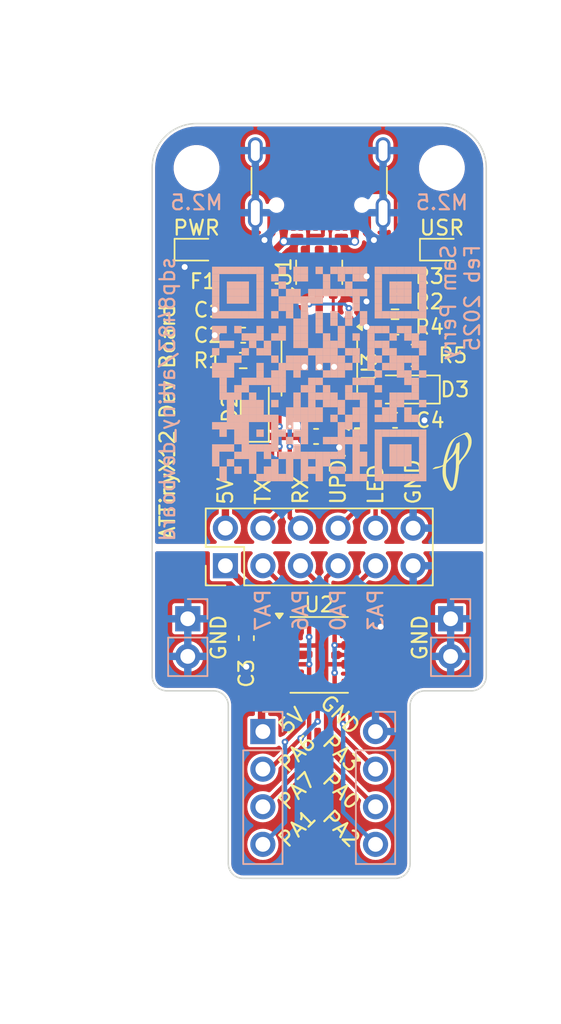
<source format=kicad_pcb>
(kicad_pcb (version 20240108) (generator "pcbnew") (generator_version "8.0")
  (title_block (title "ATtinyX12 Development Board") (date "2025-02-22") (company "Perry Leumas"))
  (layers (0 "F.Cu" signal) (31 "B.Cu" signal) (34 "B.Paste" user) (35 "F.Paste" user) (36 "B.SilkS" user "B.Silkscreen") (37 "F.SilkS" user "F.Silkscreen") (38 "B.Mask" user) (39 "F.Mask" user) (44 "Edge.Cuts" user))
  (net 0 "")
  (net 1 "VBUS")
  (net 2 "GND")
  (net 3 "+5V")
  (net 4 "Net-(U3-V3)")
  (net 5 "GND1")
  (net 6 "Net-(D3-A)")
  (net 7 "Net-(D3-K)")
  (net 8 "Net-(J1-CC1)")
  (net 10 "Net-(J1-CC2)")
  (net 12 "/PA1")
  (net 13 "/PA6")
  (net 14 "/PA7")
  (net 15 "/UPDI")
  (net 16 "/PA2")
  (net 17 "/PA3")
  (net 18 "/D-")
  (net 19 "/D+")
  (net 20 "/TX")
  (net 21 "/RX")
  (net 22 "+5VA")
  (net 23 "Net-(D1-A)")
  (net 24 "Net-(D4-K)")
  (net 25 "Net-(F1-Pad1)")
  (net 26 "/LED")
  (net 27 "/UD+")
  (net 28 "/UD-")
  (net 29 "/PA0")
  (footprint "LED_SMD:LED_0603_1608Metric" (layer "F.Cu") (at 71.7 35.62)
    (property "Reference" "D1" (hide yes))
    (property "Value" "LED")
    (pad "1" smd roundrect (at -0.7875 0) (size 0.875 0.95) (layers "F.Cu" "F.Paste" "F.Mask") (net 2 "GND"))
    (pad "2" smd roundrect (at 0.7875 0) (size 0.875 0.95) (layers "F.Cu" "F.Paste" "F.Mask") (net 23 "Net-(D1-A)"))
  )
  (footprint "Capacitor_SMD:C_0603_1608Metric" (layer "F.Cu") (at 74.86 41.4 180)
    (property "Reference" "C2" (at 2.38 0 0) (layer "F.SilkS"))
    (property "Value" "100nF")
    (pad "1" smd roundrect (at -0.775 0 180) (size 0.9 0.95) (layers "F.Cu" "F.Paste" "F.Mask") (net 1 "VBUS"))
    (pad "2" smd roundrect (at 0.775 0 180) (size 0.9 0.95) (layers "F.Cu" "F.Paste" "F.Mask") (net 2 "GND"))
  )
  (footprint "Resistor_SMD:R_0603_1608Metric" (layer "F.Cu") (at 85.13 40.84 180)
    (property "Reference" "R4" (at -2.33 0 0) (layer "F.SilkS"))
    (property "Value" "1k")
    (pad "1" smd roundrect (at -0.825 0 180) (size 0.8 0.95) (layers "F.Cu" "F.Paste" "F.Mask") (net 24 "Net-(D4-K)"))
    (pad "2" smd roundrect (at 0.825 0 180) (size 0.8 0.95) (layers "F.Cu" "F.Paste" "F.Mask") (net 2 "GND"))
  )
  (footprint "Package_SO:SOIC-8_3.9x4.9mm_P1.27mm" (layer "F.Cu") (at 80 63)
    (property "Reference" "U2" (at 0 -3.4 0) (layer "F.SilkS"))
    (property "Value" "ATtiny212-SS")
    (pad "1" smd roundrect (at -2.475 -1.905) (size 1.95 0.6) (layers "F.Cu" "F.Paste" "F.Mask") (net 22 "+5VA"))
    (pad "2" smd roundrect (at -2.475 -0.635) (size 1.95 0.6) (layers "F.Cu" "F.Paste" "F.Mask") (net 13 "/PA6"))
    (pad "3" smd roundrect (at -2.475 0.635) (size 1.95 0.6) (layers "F.Cu" "F.Paste" "F.Mask") (net 14 "/PA7"))
    (pad "4" smd roundrect (at -2.475 1.905) (size 1.95 0.6) (layers "F.Cu" "F.Paste" "F.Mask") (net 12 "/PA1"))
    (pad "5" smd roundrect (at 2.475 1.905) (size 1.95 0.6) (layers "F.Cu" "F.Paste" "F.Mask") (net 16 "/PA2"))
    (pad "6" smd roundrect (at 2.475 0.635) (size 1.95 0.6) (layers "F.Cu" "F.Paste" "F.Mask") (net 29 "/PA0"))
    (pad "7" smd roundrect (at 2.475 -0.635) (size 1.95 0.6) (layers "F.Cu" "F.Paste" "F.Mask") (net 17 "/PA3"))
    (pad "8" smd roundrect (at 2.475 -1.905) (size 1.95 0.6) (layers "F.Cu" "F.Paste" "F.Mask") (net 5 "GND1"))
  )
  (footprint "Resistor_SMD:R_0603_1608Metric" (layer "F.Cu") (at 85.13 39.13 180)
    (property "Reference" "R2" (at -2.33 0 180) (layer "F.SilkS"))
    (property "Value" "5k1")
    (pad "1" smd roundrect (at -0.825 0 180) (size 0.8 0.95) (layers "F.Cu" "F.Paste" "F.Mask") (net 8 "Net-(J1-CC1)"))
    (pad "2" smd roundrect (at 0.825 0 180) (size 0.8 0.95) (layers "F.Cu" "F.Paste" "F.Mask") (net 2 "GND"))
  )
  (footprint "Package_TO_SOT_SMD:SOT-23-6" (layer "F.Cu") (at 80 37.15 90)
    (property "Reference" "U1" (at 0 -2.4 90) (layer "F.SilkS"))
    (property "Value" "USBLC6-2SC6")
    (pad "1" smd roundrect (at -1.1375 -0.95 90) (size 1.325 0.6) (layers "F.Cu" "F.Paste" "F.Mask") (net 27 "/UD+"))
    (pad "2" smd roundrect (at -1.1375 0 90) (size 1.325 0.6) (layers "F.Cu" "F.Paste" "F.Mask") (net 2 "GND"))
    (pad "3" smd roundrect (at -1.1375 0.95 90) (size 1.325 0.6) (layers "F.Cu" "F.Paste" "F.Mask") (net 28 "/UD-"))
    (pad "4" smd roundrect (at 1.1375 0.95 90) (size 1.325 0.6) (layers "F.Cu" "F.Paste" "F.Mask") (net 18 "/D-"))
    (pad "5" smd roundrect (at 1.1375 0 90) (size 1.325 0.6) (layers "F.Cu" "F.Paste" "F.Mask") (net 1 "VBUS"))
    (pad "6" smd roundrect (at 1.1375 -0.95 90) (size 1.325 0.6) (layers "F.Cu" "F.Paste" "F.Mask") (net 19 "/D+"))
  )
  (footprint "Diode_SMD:Nexperia_CFP3_SOD-123W" (layer "F.Cu") (at 85.8975 45.07 180)
    (property "Reference" "D3" (at -3.2831 0 180) (layer "F.SilkS"))
    (property "Value" "PMEG6020ER")
    (pad "1" smd rect (at -1.4 0 180) (size 1.2 1.2) (layers "F.Cu" "F.Paste" "F.Mask") (net 7 "Net-(D3-K)"))
    (pad "2" smd rect (at 1.4 0 180) (size 1.2 1.2) (layers "F.Cu" "F.Paste" "F.Mask") (net 6 "Net-(D3-A)"))
  )
  (footprint "Resistor_SMD:R_0603_1608Metric" (layer "F.Cu") (at 85.13 37.42 180)
    (property "Reference" "R3" (at -2.33 0 180) (layer "F.SilkS"))
    (property "Value" "5k1")
    (pad "1" smd roundrect (at -0.825 0 180) (size 0.8 0.95) (layers "F.Cu" "F.Paste" "F.Mask") (net 10 "Net-(J1-CC2)"))
    (pad "2" smd roundrect (at 0.825 0 180) (size 0.8 0.95) (layers "F.Cu" "F.Paste" "F.Mask") (net 2 "GND"))
  )
  (footprint "MountingHole:MountingHole_2.7mm_M2.5" (layer "F.Cu") (at 88.3 30.1)
    (property "Reference" "H2" (hide yes))
    (property "Value" "MountingHole")
    (pad "" np_thru_hole circle (at 0 0) (size 2.7 2.7) (drill 2.7) (layers "*.Cu" "*.Mask"))
  )
  (footprint "Resistor_SMD:R_0805_2012Metric" (layer "F.Cu") (at 86.47 42.77)
    (property "Reference" "R5" (at 2.57 0 0) (layer "F.SilkS"))
    (property "Value" "470")
    (pad "1" smd roundrect (at -0.9125 0) (size 1.025 1.4) (layers "F.Cu" "F.Paste" "F.Mask") (roundrect_rratio 0.243902) (net 6 "Net-(D3-A)"))
    (pad "2" smd roundrect (at 0.9125 0) (size 1.025 1.4) (layers "F.Cu" "F.Paste" "F.Mask") (roundrect_rratio 0.243902) (net 15 "/UPDI"))
  )
  (footprint "Connector_PinHeader_2.54mm:PinHeader_2x06_P2.54mm_Vertical" (layer "F.Cu") (at 73.655 56.975 90)
    (property "Reference" "J4" (hide yes))
    (property "Value" "Conn_02x06")
    (pad "1" thru_hole rect (at 0 0 90) (size 1.7 1.7) (drill 1) (layers "*.Cu" "*.Mask") (net 22 "+5VA"))
    (pad "2" thru_hole oval (at 2.54 0 90) (size 1.7 1.7) (drill 1) (layers "*.Cu" "*.Mask") (net 3 "+5V"))
    (pad "3" thru_hole oval (at 0 2.54 90) (size 1.7 1.7) (drill 1) (layers "*.Cu" "*.Mask") (net 14 "/PA7"))
    (pad "4" thru_hole oval (at 2.54 2.54 90) (size 1.7 1.7) (drill 1) (layers "*.Cu" "*.Mask") (net 20 "/TX"))
    (pad "5" thru_hole oval (at 0 5.08 90) (size 1.7 1.7) (drill 1) (layers "*.Cu" "*.Mask") (net 13 "/PA6"))
    (pad "6" thru_hole oval (at 2.54 5.08 90) (size 1.7 1.7) (drill 1) (layers "*.Cu" "*.Mask") (net 21 "/RX"))
    (pad "7" thru_hole oval (at 0 7.62 90) (size 1.7 1.7) (drill 1) (layers "*.Cu" "*.Mask") (net 29 "/PA0"))
    (pad "8" thru_hole oval (at 2.54 7.62 90) (size 1.7 1.7) (drill 1) (layers "*.Cu" "*.Mask") (net 15 "/UPDI"))
    (pad "9" thru_hole oval (at 0 10.16 90) (size 1.7 1.7) (drill 1) (layers "*.Cu" "*.Mask") (net 17 "/PA3"))
    (pad "10" thru_hole oval (at 2.54 10.16 90) (size 1.7 1.7) (drill 1) (layers "*.Cu" "*.Mask") (net 26 "/LED"))
    (pad "11" thru_hole oval (at 0 12.7 90) (size 1.7 1.7) (drill 1) (layers "*.Cu" "*.Mask") (net 5 "GND1"))
    (pad "12" thru_hole oval (at 2.54 12.7 90) (size 1.7 1.7) (drill 1) (layers "*.Cu" "*.Mask") (net 2 "GND"))
  )
  (footprint "Capacitor_SMD:C_0603_1608Metric" (layer "F.Cu") (at 79.79 48.24 180)
    (property "Reference" "C5" (at -2.38 0 0) (layer "F.SilkS"))
    (property "Value" "1u")
    (pad "1" smd roundrect (at -0.775 0 180) (size 0.9 0.95) (layers "F.Cu" "F.Paste" "F.Mask") (net 2 "GND"))
    (pad "2" smd roundrect (at 0.775 0 180) (size 0.9 0.95) (layers "F.Cu" "F.Paste" "F.Mask") (net 3 "+5V"))
  )
  (footprint "pl_USB:USB_C_Receptacle_G-Switch_GT-USB-7010ASV" (layer "F.Cu") (at 80 30 180)
    (property "Reference" "J1" (hide yes))
    (property "Value" "USB_C_Receptacle_USB2.0_16P")
    (pad "" np_thru_hole circle (at -2.89 -2.605 180) (size 0.65 0.65) (drill 0.65) (layers "*.Cu" "*.Mask"))
    (pad "" np_thru_hole circle (at 2.89 -2.605 180) (size 0.65 0.65) (drill 0.65) (layers "*.Cu" "*.Mask"))
    (pad "A1" smd rect (at -3.2 -3.74 180) (size 0.6 1.21) (layers "F.Cu" "F.Paste" "F.Mask") (net 2 "GND"))
    (pad "A4" smd rect (at -2.4 -3.725 180) (size 0.6 1.24) (layers "F.Cu" "F.Paste" "F.Mask") (net 25 "Net-(F1-Pad1)"))
    (pad "A5" smd rect (at -1.25 -3.725 180) (size 0.3 1.24) (layers "F.Cu" "F.Paste" "F.Mask") (net 8 "Net-(J1-CC1)"))
    (pad "A6" smd rect (at -0.25 -3.725 180) (size 0.3 1.24) (layers "F.Cu" "F.Paste" "F.Mask") (net 19 "/D+"))
    (pad "A7" smd rect (at 0.25 -3.725 180) (size 0.3 1.24) (layers "F.Cu" "F.Paste" "F.Mask") (net 18 "/D-"))
    (pad "A8" smd rect (at 1.25 -3.725 180) (size 0.3 1.24) (layers "F.Cu" "F.Paste" "F.Mask"))
    (pad "A9" smd rect (at 2.4 -3.725 180) (size 0.6 1.24) (layers "F.Cu" "F.Paste" "F.Mask") (net 25 "Net-(F1-Pad1)"))
    (pad "A12" smd rect (at 3.2 -3.74 180) (size 0.6 1.21) (layers "F.Cu" "F.Paste" "F.Mask") (net 2 "GND"))
    (pad "B1" smd rect (at 3.2 -3.74 180) (size 0.6 1.21) (layers "F.Cu" "F.Paste" "F.Mask") (net 2 "GND"))
    (pad "B4" smd rect (at 2.4 -3.725 180) (size 0.6 1.24) (layers "F.Cu" "F.Paste" "F.Mask") (net 25 "Net-(F1-Pad1)"))
    (pad "B5" smd rect (at 1.75 -3.725 180) (size 0.3 1.24) (layers "F.Cu" "F.Paste" "F.Mask") (net 10 "Net-(J1-CC2)"))
    (pad "B6" smd rect (at 0.75 -3.725 180) (size 0.3 1.24) (layers "F.Cu" "F.Paste" "F.Mask") (net 19 "/D+"))
    (pad "B7" smd rect (at -0.75 -3.725 180) (size 0.3 1.24) (layers "F.Cu" "F.Paste" "F.Mask") (net 18 "/D-"))
    (pad "B8" smd rect (at -1.75 -3.725 180) (size 0.3 1.24) (layers "F.Cu" "F.Paste" "F.Mask"))
    (pad "B9" smd rect (at -2.4 -3.725 180) (size 0.6 1.24) (layers "F.Cu" "F.Paste" "F.Mask") (net 25 "Net-(F1-Pad1)"))
    (pad "B12" smd rect (at -3.2 -3.74 180) (size 0.6 1.21) (layers "F.Cu" "F.Paste" "F.Mask") (net 2 "GND"))
    (pad "S1" thru_hole oval (at -4.32 -3.125 180) (size 1 2.1) (drill oval 0.6 1.7) (layers "*.Cu" "*.Mask") (net 2 "GND"))
    (pad "S1" thru_hole oval (at -4.32 1.075 180) (size 1 1.8) (drill oval 0.6 1.4) (layers "*.Cu" "*.Mask") (net 2 "GND"))
    (pad "S1" thru_hole oval (at 4.32 -3.125 180) (size 1 2.1) (drill oval 0.6 1.7) (layers "*.Cu" "*.Mask") (net 2 "GND"))
    (pad "S1" thru_hole oval (at 4.32 1.075 180) (size 1 1.8) (drill oval 0.6 1.4) (layers "*.Cu" "*.Mask") (net 2 "GND"))
  )
  (footprint "LED_SMD:LED_0603_1608Metric" (layer "F.Cu") (at 88.3 35.62)
    (property "Reference" "D4" (hide yes))
    (property "Value" "LED")
    (pad "1" smd roundrect (at -0.7875 0) (size 0.875 0.95) (layers "F.Cu" "F.Paste" "F.Mask") (net 24 "Net-(D4-K)"))
    (pad "2" smd roundrect (at 0.7875 0) (size 0.875 0.95) (layers "F.Cu" "F.Paste" "F.Mask") (net 26 "/LED"))
  )
  (footprint "Capacitor_SMD:C_0603_1608Metric" (layer "F.Cu") (at 74.86 39.69 180)
    (property "Reference" "C1" (at 2.38 0 0) (layer "F.SilkS"))
    (property "Value" "1uF")
    (pad "1" smd roundrect (at -0.775 0 180) (size 0.9 0.95) (layers "F.Cu" "F.Paste" "F.Mask") (net 1 "VBUS"))
    (pad "2" smd roundrect (at 0.775 0 180) (size 0.9 0.95) (layers "F.Cu" "F.Paste" "F.Mask") (net 2 "GND"))
  )
  (footprint "Diode_SMD:Nexperia_CFP3_SOD-123W" (layer "F.Cu") (at 75.64 46.34 90)
    (property "Reference" "D2" (at 0 -1.69 90) (layer "F.SilkS"))
    (property "Value" "PMEG6020ER")
    (pad "1" smd rect (at -1.4 0 90) (size 1.2 1.2) (layers "F.Cu" "F.Paste" "F.Mask") (net 3 "+5V"))
    (pad "2" smd rect (at 1.4 0 90) (size 1.2 1.2) (layers "F.Cu" "F.Paste" "F.Mask") (net 1 "VBUS"))
  )
  (footprint "MountingHole:MountingHole_2.7mm_M2.5" (layer "F.Cu") (at 71.7 30.1)
    (property "Reference" "H1" (hide yes))
    (property "Value" "MountingHole")
    (pad "" np_thru_hole circle (at 0 0) (size 2.7 2.7) (drill 2.7) (layers "*.Cu" "*.Mask"))
  )
  (footprint "Package_SO:SSOP-10-1EP_3.9x4.9mm_P1mm_EP2.1x3.3mm" (layer "F.Cu") (at 80.01 43.5375 -90)
    (property "Reference" "U3" (at 0 -3.4 90) (layer "F.SilkS"))
    (property "Value" "CH342K")
    (pad "1" smd roundrect (at -2.6375 -2 270) (size 1.675 0.6) (layers "F.Cu" "F.Paste" "F.Mask") (net 27 "/UD+"))
    (pad "2" smd roundrect (at -2.6375 -1 270) (size 1.675 0.6) (layers "F.Cu" "F.Paste" "F.Mask") (net 28 "/UD-"))
    (pad "3" smd roundrect (at -2.6375 0 270) (size 1.675 0.6) (layers "F.Cu" "F.Paste" "F.Mask") (net 2 "GND"))
    (pad "4" smd roundrect (at -2.6375 1 270) (size 1.675 0.6) (layers "F.Cu" "F.Paste" "F.Mask") (net 1 "VBUS"))
    (pad "5" smd roundrect (at -2.6375 2 270) (size 1.675 0.6) (layers "F.Cu" "F.Paste" "F.Mask") (net 20 "/TX"))
    (pad "6" smd roundrect (at 2.6375 2 270) (size 1.675 0.6) (layers "F.Cu" "F.Paste" "F.Mask") (net 21 "/RX"))
    (pad "7" smd roundrect (at 2.6375 1 270) (size 1.675 0.6) (layers "F.Cu" "F.Paste" "F.Mask") (net 3 "+5V"))
    (pad "8" smd roundrect (at 2.6375 0 270) (size 1.675 0.6) (layers "F.Cu" "F.Paste" "F.Mask") (net 7 "Net-(D3-K)"))
    (pad "9" smd roundrect (at 2.6375 -1 270) (size 1.675 0.6) (layers "F.Cu" "F.Paste" "F.Mask") (net 6 "Net-(D3-A)"))
    (pad "10" smd roundrect (at 2.6375 -2 270) (size 1.675 0.6) (layers "F.Cu" "F.Paste" "F.Mask") (net 4 "Net-(U3-V3)"))
    (pad "11" smd rect (at 0 0 270) (size 2.1 3.3) (property pad_prop_heatsink) (layers "F.Cu" "F.Mask") (net 2 "GND"))
  )
  (footprint "Fuse:Fuse_0805_2012Metric" (layer "F.Cu") (at 74.66 37.76)
    (property "Reference" "F1" (at -2.51 0 0) (layer "F.SilkS"))
    (property "Value" "Polyfuse")
    (pad "1" smd roundrect (at -0.9375 0) (size 0.975 1.4) (layers "F.Cu" "F.Paste" "F.Mask") (net 25 "Net-(F1-Pad1)"))
    (pad "2" smd roundrect (at 0.9375 0) (size 0.975 1.4) (layers "F.Cu" "F.Paste" "F.Mask") (net 1 "VBUS"))
  )
  (footprint "pl_logo:logo_height_4mm" (layer "F.Cu") (at 88.98 49.95)
    (property "Reference" "G***" (hide yes))
    (property "Value" "LOGO" (hide yes))
  )
  (footprint "Resistor_SMD:R_0603_1608Metric" (layer "F.Cu") (at 74.86 43.11 180)
    (property "Reference" "R1" (at 2.39 0 0) (layer "F.SilkS"))
    (property "Value" "1k")
    (pad "1" smd roundrect (at -0.825 0 180) (size 0.8 0.95) (layers "F.Cu" "F.Paste" "F.Mask") (net 1 "VBUS"))
    (pad "2" smd roundrect (at 0.825 0 180) (size 0.8 0.95) (layers "F.Cu" "F.Paste" "F.Mask") (net 23 "Net-(D1-A)"))
  )
  (footprint "Capacitor_SMD:C_0603_1608Metric" (layer "F.Cu") (at 85.13 47.15)
    (property "Reference" "C4" (at 2.37 0 0) (layer "F.SilkS"))
    (property "Value" "100nF")
    (pad "1" smd roundrect (at -0.775 0) (size 0.9 0.95) (layers "F.Cu" "F.Paste" "F.Mask") (net 4 "Net-(U3-V3)"))
    (pad "2" smd roundrect (at 0.775 0) (size 0.9 0.95) (layers "F.Cu" "F.Paste" "F.Mask") (net 2 "GND"))
  )
  (footprint "Capacitor_SMD:C_0603_1608Metric" (layer "F.Cu") (at 75.07 61.87 -90)
    (property "Reference" "C3" (at 2.38 -0.005 90) (layer "F.SilkS"))
    (property "Value" "1u")
    (pad "1" smd roundrect (at -0.775 0 270) (size 0.9 0.95) (layers "F.Cu" "F.Paste" "F.Mask") (net 22 "+5VA"))
    (pad "2" smd roundrect (at 0.775 0 270) (size 0.9 0.95) (layers "F.Cu" "F.Paste" "F.Mask") (net 5 "GND1"))
  )
  (footprint "pl_PCB_artwork:Github QR Code" (layer "B.Cu") (at 80 44.02 180)
    (property "Reference" "QR*****" (hide yes))
    (property "Value" "https://github.com/sdp8483/attiny_devboard" (hide yes))
  )
  (footprint "Connector_PinHeader_2.54mm:PinHeader_1x02_P2.54mm_Vertical" (layer "B.Cu") (at 88.89 60.56 180)
    (property "Reference" "J6" (hide yes))
    (property "Value" "Conn_01x02")
    (pad "1" thru_hole rect (at 0 0 180) (size 1.7 1.7) (drill 1) (layers "*.Cu" "*.Mask") (net 5 "GND1"))
    (pad "2" thru_hole oval (at 0 -2.54 180) (size 1.7 1.7) (drill 1) (layers "*.Cu" "*.Mask") (net 5 "GND1"))
  )
  (footprint "Connector_PinHeader_2.54mm:PinHeader_1x02_P2.54mm_Vertical" (layer "B.Cu") (at 71.11 60.56 180)
    (property "Reference" "J5" (hide yes))
    (property "Value" "Conn_01x02")
    (pad "1" thru_hole rect (at 0 0 180) (size 1.7 1.7) (drill 1) (layers "*.Cu" "*.Mask") (net 5 "GND1"))
    (pad "2" thru_hole oval (at 0 -2.54 180) (size 1.7 1.7) (drill 1) (layers "*.Cu" "*.Mask") (net 5 "GND1"))
  )
  (footprint "Connector_PinHeader_2.54mm:PinHeader_1x04_P2.54mm_Vertical" (layer "B.Cu") (at 76.19 68.18 180)
    (property "Reference" "J2" (hide yes))
    (property "Value" "Conn_01x04")
    (pad "1" thru_hole rect (at 0 0 180) (size 1.7 1.7) (drill 1) (layers "*.Cu" "*.Mask") (net 22 "+5VA"))
    (pad "2" thru_hole oval (at 0 -2.54 180) (size 1.7 1.7) (drill 1) (layers "*.Cu" "*.Mask") (net 13 "/PA6"))
    (pad "3" thru_hole oval (at 0 -5.08 180) (size 1.7 1.7) (drill 1) (layers "*.Cu" "*.Mask") (net 14 "/PA7"))
    (pad "4" thru_hole oval (at 0 -7.62 180) (size 1.7 1.7) (drill 1) (layers "*.Cu" "*.Mask") (net 12 "/PA1"))
  )
  (footprint "Connector_PinHeader_2.54mm:PinHeader_1x04_P2.54mm_Vertical" (layer "B.Cu") (at 83.81 68.18 180)
    (property "Reference" "J3" (hide yes))
    (property "Value" "Conn_01x04")
    (pad "1" thru_hole oval (at 0 0 180) (size 1.7 1.7) (drill 1) (layers "*.Cu" "*.Mask") (net 5 "GND1"))
    (pad "2" thru_hole oval (at 0 -2.54 180) (size 1.7 1.7) (drill 1) (layers "*.Cu" "*.Mask") (net 17 "/PA3"))
    (pad "3" thru_hole oval (at 0 -5.08 180) (size 1.7 1.7) (drill 1) (layers "*.Cu" "*.Mask") (net 29 "/PA0"))
    (pad "4" thru_hole oval (at 0 -7.62 180) (size 1.7 1.7) (drill 1) (layers "*.Cu" "*.Mask") (net 16 "/PA2"))
  )
  (gr_line (start 85.15 78.1) (end 74.85 78.1) (stroke (width 0.1)) (layer "Edge.Cuts"))
  (gr_arc (start 88.3 27.1) (mid 90.42132 27.97868) (end 91.3 30.1) (stroke (width 0.1)) (layer "Edge.Cuts"))
  (gr_arc (start 69.700001 65.429999) (mid 68.992894 65.137106) (end 68.700001 64.429999) (stroke (width 0.1)) (layer "Edge.Cuts"))
  (gr_line (start 86.15 77.1) (end 86.150001 66.430001) (stroke (width 0.1)) (layer "Edge.Cuts"))
  (gr_arc (start 86.15 77.1) (mid 85.857107 77.807107) (end 85.15 78.1) (stroke (width 0.1)) (layer "Edge.Cuts"))
  (gr_arc (start 72.849999 65.430001) (mid 73.557106 65.722894) (end 73.849999 66.430001) (stroke (width 0.1)) (layer "Edge.Cuts"))
  (gr_line (start 73.849999 66.430001) (end 73.85 77.1) (stroke (width 0.1)) (layer "Edge.Cuts"))
  (gr_line (start 91.3 30.1) (end 91.299999 64.429999) (stroke (width 0.1)) (layer "Edge.Cuts"))
  (gr_line (start 69.700001 65.429999) (end 72.849999 65.430001) (stroke (width 0.1)) (layer "Edge.Cuts"))
  (gr_line (start 90.299999 65.429999) (end 87.150001 65.430001) (stroke (width 0.1)) (layer "Edge.Cuts"))
  (gr_arc (start 86.150001 66.430001) (mid 86.442894 65.722894) (end 87.150001 65.430001) (stroke (width 0.1)) (layer "Edge.Cuts"))
  (gr_arc (start 91.299999 64.429999) (mid 91.007106 65.137106) (end 90.299999 65.429999) (stroke (width 0.1)) (layer "Edge.Cuts"))
  (gr_arc (start 74.85 78.1) (mid 74.142893 77.807107) (end 73.85 77.1) (stroke (width 0.1)) (layer "Edge.Cuts"))
  (gr_line (start 71.699999 27.099999) (end 88.3 27.1) (stroke (width 0.1)) (layer "Edge.Cuts"))
  (gr_line (start 68.700001 64.429999) (end 68.7 30.1) (stroke (width 0.1)) (layer "Edge.Cuts"))
  (gr_arc (start 68.699999 30.099999) (mid 69.578679 27.978679) (end 71.699999 27.099999) (stroke (width 0.1)) (layer "Edge.Cuts"))
  (gr_text "PA6" (at 78.735 58.475 90) (layer "B.SilkS") (effects (font (size 1 1) (thickness 0.153)) (justify left mirror)))
  (gr_text "PA3" (at 83.815 58.475 90) (layer "B.SilkS") (effects (font (size 1 1) (thickness 0.153)) (justify left mirror)))
  (gr_text "Sam Perry\nFeb 2025" (at 90.94 35.19 90) (layer "B.SilkS") (effects (font (size 1 1) (thickness 0.153)) (justify left bottom mirror)))
  (gr_text "sdp8483/attiny_devboard" (at 69.15 55.43 90) (layer "B.SilkS") (effects (font (size 1 1) (thickness 0.153)) (justify right top mirror)))
  (gr_text "M2.5" (at 88.3 31.85 0) (layer "B.SilkS") (effects (font (size 1 1) (thickness 0.153)) (justify top mirror)))
  (gr_text "M2.5" (at 71.7 31.85 0) (layer "B.SilkS") (effects (font (size 1 1) (thickness 0.153)) (justify top mirror)))
  (gr_text "PA0" (at 81.275 58.475 90) (layer "B.SilkS") (effects (font (size 1 1) (thickness 0.153)) (justify left mirror)))
  (gr_text "PA7" (at 76.195 58.475 90) (layer "B.SilkS") (effects (font (size 1 1) (thickness 0.153)) (justify left mirror)))
  (gr_text "GND" (at 72.61 61.83 90) (layer "F.SilkS") (effects (font (size 1 1) (thickness 0.153)) (justify top)))
  (gr_text "PA0" (at 82.56 73.26 -45) (layer "F.SilkS") (effects (font (size 1 1) (thickness 0.153)) (justify right)))
  (gr_text "5V" (at 77.44 68.18 45) (layer "F.SilkS") (effects (font (size 1 1) (thickness 0.153)) (justify left)))
  (gr_text "PA2" (at 82.56 75.8 -45) (layer "F.SilkS") (effects (font (size 1 1) (thickness 0.153)) (justify right)))
  (gr_text "ATTinyX12 Dev Board" (at 69.15 55.29 90) (layer "F.SilkS") (effects (font (size 1 1) (thickness 0.153)) (justify left top)))
  (gr_text "5V" (at 73.655 52.935 90) (layer "F.SilkS") (effects (font (size 1 1) (thickness 0.153)) (justify left)))
  (gr_text "PWR" (at 71.7 34.7288 0) (layer "F.SilkS") (effects (font (size 1 1) (thickness 0.153)) (justify bottom)))
  (gr_text "PA7" (at 77.44 73.26 45) (layer "F.SilkS") (effects (font (size 1 1) (thickness 0.153)) (justify left)))
  (gr_text "GND" (at 86.355 52.935 90) (layer "F.SilkS") (effects (font (size 1 1) (thickness 0.153)) (justify left)))
  (gr_text "RX" (at 78.735 52.935 90) (layer "F.SilkS") (effects (font (size 1 1) (thickness 0.153)) (justify left)))
  (gr_text "PA6" (at 77.44 70.72 45) (layer "F.SilkS") (effects (font (size 1 1) (thickness 0.153)) (justify left)))
  (gr_text "PA3" (at 82.56 70.72 -45) (layer "F.SilkS") (effects (font (size 1 1) (thickness 0.153)) (justify right)))
  (gr_text "GND" (at 82.56 68.18 -45) (layer "F.SilkS") (effects (font (size 1 1) (thickness 0.153)) (justify right)))
  (gr_text "GND" (at 87.39 61.83 90) (layer "F.SilkS") (effects (font (size 1 1) (thickness 0.153)) (justify bottom)))
  (gr_text "PA1" (at 77.44 75.8 45) (layer "F.SilkS") (effects (font (size 1 1) (thickness 0.153)) (justify left)))
  (gr_text "LED" (at 83.815 52.935 90) (layer "F.SilkS") (effects (font (size 1 1) (thickness 0.153)) (justify left)))
  (gr_text "USR" (at 88.3 34.7288 0) (layer "F.SilkS") (effects (font (size 1 1) (thickness 0.153)) (justify bottom)))
  (gr_text "UPDI" (at 81.275 52.935 90) (layer "F.SilkS") (effects (font (size 1 1) (thickness 0.153)) (justify left)))
  (gr_text "TX" (at 76.195 52.935 90) (layer "F.SilkS") (effects (font (size 1 1) (thickness 0.153)) (justify left)))
  (segment (start 75.635 39.69) (end 75.635 37.7975) (width 0.5) (layer "F.Cu") (net 1))
  (segment (start 78.688315 39.6125) (end 75.7125 39.6125) (width 0.5) (layer "F.Cu") (net 1))
  (segment (start 76.1825 37.175) (end 79.575 37.175) (width 0.5) (layer "F.Cu") (net 1))
  (segment (start 79.575 37.175) (end 80 36.75) (width 0.5) (layer "F.Cu") (net 1))
  (segment (start 79.01 39.934185) (end 78.688315 39.6125) (width 0.5) (layer "F.Cu") (net 1))
  (segment (start 75.685 44.895) (end 75.64 44.94) (width 0.5) (layer "F.Cu") (net 1))
  (segment (start 75.635 39.69) (end 75.635 41.4) (width 0.5) (layer "F.Cu") (net 1))
  (segment (start 75.635 43.06) (end 75.685 43.11) (width 0.5) (layer "F.Cu") (net 1))
  (segment (start 75.685 43.11) (end 75.685 44.895) (width 0.5) (layer "F.Cu") (net 1))
  (segment (start 75.7125 39.6125) (end 75.635 39.69) (width 0.5) (layer "F.Cu") (net 1))
  (segment (start 75.5975 37.76) (end 76.1825 37.175) (width 0.5) (layer "F.Cu") (net 1))
  (segment (start 75.635 41.4) (end 75.635 43.06) (width 0.5) (layer "F.Cu") (net 1))
  (segment (start 80 36.75) (end 80 36.0125) (width 0.5) (layer "F.Cu") (net 1))
  (segment (start 79.01 40.9) (end 79.01 39.934185) (width 0.5) (layer "F.Cu") (net 1))
  (segment (start 75.635 37.7975) (end 75.5975 37.76) (width 0.5) (layer "F.Cu") (net 1))
  (segment (start 84.305 39.13) (end 83.21 39.13) (width 0.5) (layer "F.Cu") (net 2))
  (segment (start 74.085 39.69) (end 72.94 39.69) (width 0.5) (layer "F.Cu") (net 2))
  (segment (start 83.2 33.725) (end 83.2 34.47) (width 0.5) (layer "F.Cu") (net 2))
  (segment (start 84.305 40.84) (end 83.2 40.84) (width 0.5) (layer "F.Cu") (net 2))
  (segment (start 84.305 37.42) (end 83.21 37.42) (width 0.5) (layer "F.Cu") (net 2))
  (segment (start 80.61 48.24) (end 80.565 48.24) (width 0.5) (layer "F.Cu") (net 2))
  (segment (start 70.9125 36.7775) (end 70.9 36.79) (width 0.5) (layer "F.Cu") (net 2))
  (segment (start 85.905 47.15) (end 87.12 47.15) (width 0.5) (layer "F.Cu") (net 2))
  (segment (start 70.9125 35.62) (end 70.9125 36.7775) (width 0.5) (layer "F.Cu") (net 2))
  (segment (start 80 40.89) (end 80.01 40.9) (width 0.5) (layer "F.Cu") (net 2))
  (segment (start 83.2 34.47) (end 83.7 34.97) (width 0.5) (layer "F.Cu") (net 2))
  (segment (start 76.8 34.47) (end 76.3 34.97) (width 0.5) (layer "F.Cu") (net 2))
  (segment (start 80.01 40.9) (end 80.01 43.5375) (width 0.5) (layer "F.Cu") (net 2))
  (segment (start 81.35 48.98) (end 80.61 48.24) (width 0.5) (layer "F.Cu") (net 2))
  (segment (start 72.94 39.69) (end 72.93 39.68) (width 0.5) (layer "F.Cu") (net 2))
  (segment (start 76.8 33.725) (end 76.8 34.47) (width 0.5) (layer "F.Cu") (net 2))
  (segment (start 74.085 41.4) (end 72.93 41.4) (width 0.5) (layer "F.Cu") (net 2))
  (segment (start 80 38.2875) (end 80 40.89) (width 0.5) (layer "F.Cu") (net 2))
  (via (at 81.35 48.98) (size 0.6) (drill 0.4) (layers "F.Cu" "B.Cu") (net 2))
  (via (at 80.01 43.5375) (size 0.8) (drill 0.4) (layers "F.Cu" "B.Cu") (net 2))
  (via (at 79.01 43.5375) (size 0.8) (drill 0.4) (layers "F.Cu" "B.Cu") (net 2))
  (via (at 72.93 41.4) (size 0.6) (drill 0.4) (layers "F.Cu" "B.Cu") (net 2))
  (via (at 76.3 34.97) (size 0.6) (drill 0.4) (layers "F.Cu" "B.Cu") (net 2))
  (via (at 72.93 39.68) (size 0.6) (drill 0.4) (layers "F.Cu" "B.Cu") (net 2))
  (via (at 87.12 47.15) (size 0.6) (drill 0.4) (layers "F.Cu" "B.Cu") (net 2))
  (via (at 70.9 36.79) (size 0.6) (drill 0.4) (layers "F.Cu" "B.Cu") (net 2))
  (via (at 83.2 39.12) (size 0.6) (drill 0.4) (layers "F.Cu" "B.Cu") (net 2))
  (via (at 81.01 43.5375) (size 0.8) (drill 0.4) (layers "F.Cu" "B.Cu") (net 2))
  (via (at 83.2 40.84) (size 0.6) (drill 0.4) (layers "F.Cu" "B.Cu") (net 2))
  (via (at 83.21 37.42) (size 0.6) (drill 0.4) (layers "F.Cu" "B.Cu") (net 2))
  (via (at 83.7 34.97) (size 0.6) (drill 0.4) (layers "F.Cu" "B.Cu") (net 2))
  (segment (start 75.64 47.74) (end 75.64 49.832082) (width 0.5) (layer "F.Cu") (net 3))
  (segment (start 73.655 54.435) (end 73.655 51.817082) (width 0.5) (layer "F.Cu") (net 3))
  (segment (start 79.015 48.24) (end 76.14 48.24) (width 0.5) (layer "F.Cu") (net 3))
  (segment (start 73.655 51.817082) (end 75.64 49.832082) (width 0.5) (layer "F.Cu") (net 3))
  (segment (start 76.14 48.24) (end 75.64 47.74) (width 0.5) (layer "F.Cu") (net 3))
  (segment (start 79.01 48.235) (end 79.015 48.24) (width 0.5) (layer "F.Cu") (net 3))
  (segment (start 79.01 46.175) (end 79.01 48.235) (width 0.5) (layer "F.Cu") (net 3))
  (segment (start 82.01 46.93) (end 82.01 46.175) (width 0.5) (layer "F.Cu") (net 4))
  (segment (start 84.355 47.15) (end 82.23 47.15) (width 0.5) (layer "F.Cu") (net 4))
  (segment (start 82.23 47.15) (end 82.01 46.93) (width 0.5) (layer "F.Cu") (net 4))
  (segment (start 75.07 62.645) (end 75.07 63.8) (width 0.5) (layer "F.Cu") (net 5))
  (segment (start 82.475 61.095) (end 84.155 61.095) (width 0.5) (layer "F.Cu") (net 5))
  (segment (start 84.155 61.095) (end 84.16 61.1) (width 0.5) (layer "F.Cu") (net 5))
  (via (at 75.07 63.8) (size 0.6) (drill 0.4) (layers "F.Cu" "B.Cu") (net 5))
  (via (at 84.16 61.1) (size 0.6) (drill 0.4) (layers "F.Cu" "B.Cu") (net 5))
  (segment (start 81.01 46.175) (end 81.01 45.337501) (width 0.3) (layer "F.Cu") (net 6))
  (segment (start 84.4075 44.98) (end 84.4975 45.07) (width 0.3) (layer "F.Cu") (net 6))
  (segment (start 81.01 45.337501) (end 81.367501 44.98) (width 0.3) (layer "F.Cu") (net 6))
  (segment (start 84.4975 45.07) (end 84.4975 43.83) (width 0.3) (layer "F.Cu") (net 6))
  (segment (start 84.4975 43.83) (end 85.5575 42.77) (width 0.3) (layer "F.Cu") (net 6))
  (segment (start 81.367501 44.98) (end 84.4075 44.98) (width 0.3) (layer "F.Cu") (net 6))
  (segment (start 82.362035 47.975) (end 87.214239 47.975) (width 0.3) (layer "F.Cu") (net 7))
  (segment (start 87.214239 47.975) (end 87.77 47.419239) (width 0.3) (layer "F.Cu") (net 7))
  (segment (start 80.01 46.175) (end 80.01 47.012499) (width 0.3) (layer "F.Cu") (net 7))
  (segment (start 80.412501 47.415) (end 81.802035 47.415) (width 0.3) (layer "F.Cu") (net 7))
  (segment (start 80.01 47.012499) (end 80.412501 47.415) (width 0.3) (layer "F.Cu") (net 7))
  (segment (start 81.802035 47.415) (end 82.362035 47.975) (width 0.3) (layer "F.Cu") (net 7))
  (segment (start 87.77 47.419239) (end 87.77 45.5425) (width 0.3) (layer "F.Cu") (net 7))
  (segment (start 87.77 45.5425) (end 87.2975 45.07) (width 0.3) (layer "F.Cu") (net 7))
  (segment (start 81.25 32.805) (end 81.25 33.725) (width 0.25) (layer "F.Cu") (net 8))
  (segment (start 82.315 31.74) (end 81.25 32.805) (width 0.25) (layer "F.Cu") (net 8))
  (segment (start 84.74 31.74) (end 82.315 31.74) (width 0.25) (layer "F.Cu") (net 8))
  (segment (start 85.955 39.13) (end 85.17 38.345) (width 0.25) (layer "F.Cu") (net 8))
  (segment (start 85.17 38.345) (end 85.17 32.17) (width 0.25) (layer "F.Cu") (net 8))
  (segment (start 85.17 32.17) (end 84.74 31.74) (width 0.25) (layer "F.Cu") (net 8))
  (segment (start 85.51 32.029167) (end 84.880833 31.4) (width 0.25) (layer "F.Cu") (net 10))
  (segment (start 79.62 31.4) (end 78.25 32.77) (width 0.25) (layer "F.Cu") (net 10))
  (segment (start 85.955 37.42) (end 85.51 36.975) (width 0.25) (layer "F.Cu") (net 10))
  (segment (start 84.880833 31.4) (end 79.62 31.4) (width 0.25) (layer "F.Cu") (net 10))
  (segment (start 78.25 32.77) (end 78.25 33.725) (width 0.25) (layer "F.Cu") (net 10))
  (segment (start 85.51 36.975) (end 85.51 32.029167) (width 0.25) (layer "F.Cu") (net 10))
  (segment (start 77.525 64.905) (end 78.695 64.905) (width 0.3) (layer "F.Cu") (net 12))
  (segment (start 78.695 64.905) (end 78.929 65.139) (width 0.3) (layer "F.Cu") (net 12))
  (segment (start 78.929 65.139) (end 78.929 67.641) (width 0.3) (layer "F.Cu") (net 12))
  (segment (start 78.929 67.641) (end 77.684999 68.885001) (width 0.3) (layer "F.Cu") (net 12))
  (via (at 77.684999 68.885001) (size 0.45) (drill 0.2) (layers "F.Cu" "B.Cu") (net 12))
  (segment (start 77.684999 74.305001) (end 76.19 75.8) (width 0.3) (layer "B.Cu") (net 12))
  (segment (start 77.684999 68.885001) (end 77.684999 74.305001) (width 0.3) (layer "B.Cu") (net 12))
  (segment (start 79.889 62.365) (end 79.889 62.201) (width 0.3) (layer "F.Cu") (net 13))
  (segment (start 79.889 62.365) (end 79.894 62.37) (width 0.3) (layer "F.Cu") (net 13))
  (segment (start 77.525 62.365) (end 79.889 62.365) (width 0.3) (layer "F.Cu") (net 13))
  (segment (start 79.894 62.196) (end 79.894 58.134) (width 0.3) (layer "F.Cu") (net 13))
  (segment (start 76.19 70.72) (end 76.663173 70.72) (width 0.3) (layer "F.Cu") (net 13))
  (segment (start 79.894 67.5) (end 79.894 62.37) (width 0.3) (layer "F.Cu") (net 13))
  (segment (start 79.894 58.134) (end 78.735 56.975) (width 0.3) (layer "F.Cu") (net 13))
  (segment (start 76.663173 70.72) (end 78.744001 68.639172) (width 0.3) (layer "F.Cu") (net 13))
  (segment (start 79.889 62.201) (end 79.894 62.196) (width 0.3) (layer "F.Cu") (net 13))
  (via (at 79.894 67.5) (size 0.45) (drill 0.2) (layers "F.Cu" "B.Cu") (net 13))
  (via (at 78.744001 68.639172) (size 0.45) (drill 0.2) (layers "F.Cu" "B.Cu") (net 13))
  (segment (start 78.744001 68.639172) (end 78.754828 68.639172) (width 0.3) (layer "B.Cu") (net 13))
  (segment (start 78.754828 68.639172) (end 79.894 67.5) (width 0.3) (layer "B.Cu") (net 13))
  (segment (start 79.319 60.099) (end 76.195 56.975) (width 0.3) (layer "F.Cu") (net 14))
  (segment (start 77.525 63.635) (end 79.314 63.635) (width 0.3) (layer "F.Cu") (net 14))
  (segment (start 79.319 61.79) (end 79.319 60.099) (width 0.3) (layer "F.Cu") (net 14))
  (segment (start 79.314 63.635) (end 79.319 63.63) (width 0.3) (layer "F.Cu") (net 14))
  (segment (start 79.319 70.131) (end 76.19 73.26) (width 0.3) (layer "F.Cu") (net 14))
  (segment (start 79.319 63.63) (end 79.319 70.131) (width 0.3) (layer "F.Cu") (net 14))
  (via (at 79.319 63.63) (size 0.45) (drill 0.2) (layers "F.Cu" "B.Cu") (net 14))
  (via (at 79.319 61.79) (size 0.45) (drill 0.2) (layers "F.Cu" "B.Cu") (net 14))
  (segment (start 79.319 63.63) (end 79.319 61.79) (width 0.3) (layer "B.Cu") (net 14))
  (segment (start 83.425 52.285) (end 81.275 54.435) (width 0.3) (layer "F.Cu") (net 15))
  (segment (start 83.425 49.363456) (end 83.425 52.285) (width 0.3) (layer "F.Cu") (net 15))
  (segment (start 84.388456 48.4) (end 83.425 49.363456) (width 0.3) (layer "F.Cu") (net 15))
  (segment (start 87.340783 48.4) (end 84.388456 48.4) (width 0.3) (layer "F.Cu") (net 15))
  (segment (start 88.2475 47.493283) (end 87.340783 48.4) (width 0.3) (layer "F.Cu") (net 15))
  (segment (start 88.2475 43.635) (end 88.2475 47.493283) (width 0.3) (layer "F.Cu") (net 15))
  (segment (start 87.3825 42.77) (end 88.2475 43.635) (width 0.3) (layer "F.Cu") (net 15))
  (segment (start 81.619 65.761) (end 81.619 67.668413) (width 0.3) (layer "F.Cu") (net 16))
  (segment (start 82.475 64.905) (end 81.619 65.761) (width 0.3) (layer "F.Cu") (net 16))
  (via (at 81.619 67.668413) (size 0.45) (drill 0.2) (layers "F.Cu" "B.Cu") (net 16))
  (segment (start 81.619 73.609) (end 83.81 75.8) (width 0.3) (layer "B.Cu") (net 16))
  (segment (start 81.619 67.668413) (end 81.619 73.609) (width 0.3) (layer "B.Cu") (net 16))
  (segment (start 82.475 62.365) (end 81.059 62.365) (width 0.3) (layer "F.Cu") (net 17))
  (segment (start 81.044 59.746) (end 83.815 56.975) (width 0.3) (layer "F.Cu") (net 17))
  (segment (start 81.044 67.954) (end 83.81 70.72) (width 0.3) (layer "F.Cu") (net 17))
  (segment (start 81.059 62.365) (end 81.044 62.35) (width 0.3) (layer "F.Cu") (net 17))
  (segment (start 81.044 64.21) (end 81.044 67.954) (width 0.3) (layer "F.Cu") (net 17))
  (segment (start 81.044 62.35) (end 81.044 59.746) (width 0.3) (layer "F.Cu") (net 17))
  (via (at 81.044 62.35) (size 0.45) (drill 0.2) (layers "F.Cu" "B.Cu") (net 17))
  (via (at 81.044 64.21) (size 0.45) (drill 0.2) (layers "F.Cu" "B.Cu") (net 17))
  (segment (start 81.044 62.35) (end 81.044 64.21) (width 0.3) (layer "B.Cu") (net 17))
  (segment (start 79.775 32.78) (end 80.725 32.78) (width 0.25) (layer "F.Cu") (net 18))
  (segment (start 80.95 36.0125) (end 80.75 35.8125) (width 0.2) (layer "F.Cu") (net 18))
  (segment (start 80.75 32.805) (end 80.75 33.725) (width 0.25) (layer "F.Cu") (net 18))
  (segment (start 79.75 32.805) (end 79.775 32.78) (width 0.25) (layer "F.Cu") (net 18))
  (segment (start 80.75 35.8125) (end 80.75 33.725) (width 0.2) (layer "F.Cu") (net 18))
  (segment (start 79.75 33.725) (end 79.75 32.805) (width 0.25) (layer "F.Cu") (net 18))
  (segment (start 80.725 32.78) (end 80.75 32.805) (width 0.25) (layer "F.Cu") (net 18))
  (segment (start 79.25 34.645) (end 79.275 34.67) (width 0.25) (layer "F.Cu") (net 19))
  (segment (start 79.25 33.725) (end 79.25 34.645) (width 0.25) (layer "F.Cu") (net 19))
  (segment (start 79.25 35.8125) (end 79.05 36.0125) (width 0.25) (layer "F.Cu") (net 19))
  (segment (start 80.225 34.67) (end 80.25 34.645) (width 0.25) (layer "F.Cu") (net 19))
  (segment (start 79.25 33.725) (end 79.25 35.8125) (width 0.25) (layer "F.Cu") (net 19))
  (segment (start 80.25 34.645) (end 80.25 33.725) (width 0.25) (layer "F.Cu") (net 19))
  (segment (start 79.275 34.67) (end 80.225 34.67) (width 0.25) (layer "F.Cu") (net 19))
  (segment (start 78.01 40.9) (end 77.62 40.9) (width 0.3) (layer "F.Cu") (net 20))
  (segment (start 77.31 48.915) (end 77.31 53.32) (width 0.3) (layer "F.Cu") (net 20))
  (segment (start 77.62 40.9) (end 77.31 41.21) (width 0.3) (layer "F.Cu") (net 20))
  (segment (start 77.31 41.21) (end 77.31 47.565) (width 0.3) (layer "F.Cu") (net 20))
  (segment (start 77.31 53.32) (end 76.195 54.435) (width 0.3) (layer "F.Cu") (net 20))
  (via (at 77.31 48.915) (size 0.45) (drill 0.2) (layers "F.Cu" "B.Cu") (net 20))
  (via (at 77.31 47.565) (size 0.45) (drill 0.2) (layers "F.Cu" "B.Cu") (net 20))
  (segment (start 77.31 47.565) (end 77.31 48.915) (width 0.3) (layer "B.Cu") (net 20))
  (segment (start 78.01 46.175) (end 78.01 47.565) (width 0.3) (layer "F.Cu") (net 21))
  (segment (start 78.01 48.915) (end 78.01 53.71) (width 0.3) (layer "F.Cu") (net 21))
  (segment (start 78.01 53.71) (end 78.735 54.435) (width 0.3) (layer "F.Cu") (net 21))
  (via (at 78.01 47.565) (size 0.45) (drill 0.2) (layers "F.Cu" "B.Cu") (net 21))
  (via (at 78.01 48.915) (size 0.45) (drill 0.2) (layers "F.Cu" "B.Cu") (net 21))
  (segment (start 78.01 47.565) (end 78.01 48.915) (width 0.3) (layer "B.Cu") (net 21))
  (segment (start 75.07 58.39) (end 75.07 61.095) (width 0.5) (layer "F.Cu") (net 22))
  (segment (start 76.19 68.18) (end 76.1 68.09) (width 0.5) (layer "F.Cu") (net 22))
  (segment (start 77.525 61.095) (end 76.1 61.095) (width 0.5) (layer "F.Cu") (net 22))
  (segment (start 76.1 61.095) (end 75.07 61.095) (width 0.5) (layer "F.Cu") (net 22))
  (segment (start 73.655 56.975) (end 75.07 58.39) (width 0.5) (layer "F.Cu") (net 22))
  (segment (start 76.1 68.09) (end 76.1 61.095) (width 0.5) (layer "F.Cu") (net 22))
  (segment (start 74.86 42.285) (end 74.86 39.205948) (width 0.25) (layer "F.Cu") (net 23))
  (segment (start 74.86 39.205948) (end 74.439052 38.785) (width 0.25) (layer "F.Cu") (net 23))
  (segment (start 73.236412 38.785) (end 72.4875 38.036088) (width 0.25) (layer "F.Cu") (net 23))
  (segment (start 72.4875 38.036088) (end 72.4875 35.62) (width 0.25) (layer "F.Cu") (net 23))
  (segment (start 74.035 43.11) (end 74.86 42.285) (width 0.25) (layer "F.Cu") (net 23))
  (segment (start 74.439052 38.785) (end 73.236412 38.785) (width 0.25) (layer "F.Cu") (net 23))
  (segment (start 85.955 40.84) (end 86.84 40.84) (width 0.3) (layer "F.Cu") (net 24))
  (segment (start 86.84 40.84) (end 87.5125 40.1675) (width 0.3) (layer "F.Cu") (net 24))
  (segment (start 87.5125 40.1675) (end 87.5125 35.62) (width 0.3) (layer "F.Cu") (net 24))
  (segment (start 74.22 35.97) (end 76.7 35.97) (width 0.5) (layer "F.Cu") (net 25))
  (segment (start 73.7225 36.4675) (end 74.22 35.97) (width 0.5) (layer "F.Cu") (net 25))
  (segment (start 73.7225 37.76) (end 73.7225 36.4675) (width 0.5) (layer "F.Cu") (net 25))
  (segment (start 77.6 35.05) (end 77.61 35.06) (width 0.5) (layer "F.Cu") (net 25))
  (segment (start 76.7 35.97) (end 77.61 35.06) (width 0.5) (layer "F.Cu") (net 25))
  (segment (start 77.6 33.725) (end 77.6 35.05) (width 0.5) (layer "F.Cu") (net 25))
  (segment (start 82.4 35.06) (end 82.4 33.725) (width 0.5) (layer "F.Cu") (net 25))
  (via (at 77.61 35.06) (size 0.6) (drill 0.4) (layers "F.Cu" "B.Cu") (net 25))
  (via (at 82.4 35.06) (size 0.6) (drill 0.4) (layers "F.Cu" "B.Cu") (net 25))
  (segment (start 77.61 35.06) (end 82.4 35.06) (width 0.5) (layer "B.Cu") (net 25))
  (segment (start 87.502327 48.79) (end 88.6375 47.654827) (width 0.3) (layer "F.Cu") (net 26))
  (segment (start 88.6375 47.654827) (end 88.6375 36.07) (width 0.3) (layer "F.Cu") (net 26))
  (segment (start 88.6375 36.07) (end 89.0875 35.62) (width 0.3) (layer "F.Cu") (net 26))
  (segment (start 84.55 48.79) (end 87.502327 48.79) (width 0.3) (layer "F.Cu") (net 26))
  (segment (start 83.815 49.525) (end 84.55 48.79) (width 0.3) (layer "F.Cu") (net 26))
  (segment (start 83.815 54.435) (end 83.815 49.525) (width 0.3) (layer "F.Cu") (net 26))
  (segment (start 82.01 39.58) (end 82.01 40.9) (width 0.2) (layer "F.Cu") (net 27))
  (segment (start 79.05 39.019591) (end 79.325 39.294591) (width 0.2) (layer "F.Cu") (net 27))
  (segment (start 79.05 38.2875) (end 79.05 39.019591) (width 0.2) (layer "F.Cu") (net 27))
  (via (at 79.325 39.294591) (size 0.45) (drill 0.2) (layers "F.Cu" "B.Cu") (net 27))
  (via (at 82.01 39.58) (size 0.45) (drill 0.2) (layers "F.Cu" "B.Cu") (net 27))
  (segment (start 81.724591 39.294591) (end 82.01 39.58) (width 0.2) (layer "B.Cu") (net 27))
  (segment (start 79.325 39.294591) (end 81.724591 39.294591) (width 0.2) (layer "B.Cu") (net 27))
  (segment (start 80.95 38.2875) (end 80.95 40.84) (width 0.2) (layer "F.Cu") (net 28))
  (segment (start 80.95 40.84) (end 81.01 40.9) (width 0.2) (layer "F.Cu") (net 28))
  (segment (start 83.81 73.26) (end 80.469 69.919) (width 0.3) (layer "F.Cu") (net 29))
  (segment (start 80.469 69.919) (end 80.469 63.64) (width 0.3) (layer "F.Cu") (net 29))
  (segment (start 80.469 57.781) (end 81.275 56.975) (width 0.3) (layer "F.Cu") (net 29))
  (segment (start 82.475 63.635) (end 80.474 63.635) (width 0.3) (layer "F.Cu") (net 29))
  (segment (start 80.474 63.635) (end 80.469 63.64) (width 0.3) (layer "F.Cu") (net 29))
  (segment (start 80.469 63.64) (end 80.469 57.781) (width 0.3) (layer "F.Cu") (net 29))
  (zone (net 0) (net_name "") (layer "F.Cu") (priority 2) (connect_pads (clearance 0.2)) (min_thickness 0.25) (fill yes (thermal_gap 0.5) (thermal_bridge_width 0.5) (island_removal_mode 1) (island_area_min 10))
    (polygon (pts (xy 68.2 26.6) (xy 91.8 26.6) (xy 91.8 55.5) (xy 68.2 55.5)))
  )
  (zone (net 0) (net_name "") (layer "F.Cu") (priority 3) (connect_pads (clearance 0.2)) (min_thickness 0.25) (fill yes (thermal_gap 0.5) (thermal_bridge_width 0.5) (island_removal_mode 1) (island_area_min 10))
    (polygon (pts (xy 68.2 81.6) (xy 68.2 56) (xy 91.8 56) (xy 91.8 81.6)))
  )
  (zone (net 2) (net_name "GND") (layer "B.Cu") (connect_pads (clearance 0.5)) (min_thickness 0.25) (fill yes (thermal_gap 0.5) (thermal_bridge_width 0.5))
    (polygon (pts (xy 67.7 26.1) (xy 92.3 26.1) (xy 92.3 55.5) (xy 67.7 55.5)))
  )
  (zone (net 5) (net_name "GND1") (layer "B.Cu") (priority 1) (connect_pads (clearance 0.5)) (min_thickness 0.25) (fill yes (thermal_gap 0.5) (thermal_bridge_width 0.5))
    (polygon (pts (xy 67.7 56) (xy 92.3 56) (xy 92.3 82.1) (xy 67.7 82.1)))
  )
)
</source>
